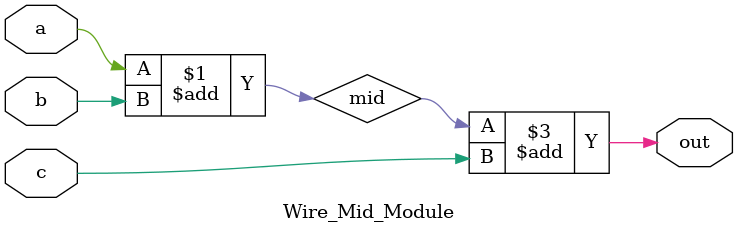
<source format=v>
module Wire_Mid_Module(input wire a,b,c,output   reg out);
  wire mid;
  assign mid = a+b;
  always@(mid or c)
    out = mid+c;
endmodule

</source>
